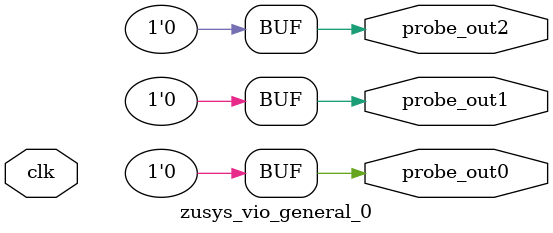
<source format=v>
`timescale 1ns / 1ps
module zusys_vio_general_0 (
clk,

probe_out0,
probe_out1,
probe_out2
);

input clk;

output reg [0 : 0] probe_out0 = 'h0 ;
output reg [0 : 0] probe_out1 = 'h0 ;
output reg [0 : 0] probe_out2 = 'h0 ;


endmodule

</source>
